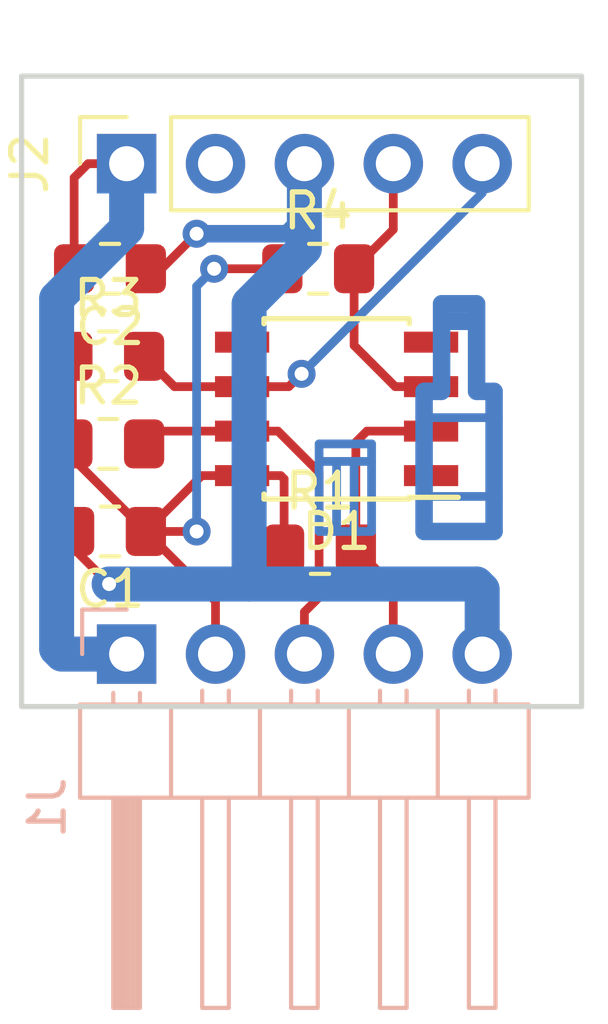
<source format=kicad_pcb>
(kicad_pcb (version 20171130) (host pcbnew 5.0.2+dfsg1-1)

  (general
    (thickness 1.6)
    (drawings 4)
    (tracks 95)
    (zones 0)
    (modules 9)
    (nets 12)
  )

  (page A4)
  (layers
    (0 F.Cu signal)
    (31 B.Cu signal)
    (32 B.Adhes user)
    (33 F.Adhes user)
    (34 B.Paste user)
    (35 F.Paste user)
    (36 B.SilkS user)
    (37 F.SilkS user)
    (38 B.Mask user)
    (39 F.Mask user)
    (40 Dwgs.User user)
    (41 Cmts.User user)
    (42 Eco1.User user)
    (43 Eco2.User user)
    (44 Edge.Cuts user)
    (45 Margin user)
    (46 B.CrtYd user)
    (47 F.CrtYd user)
    (48 B.Fab user)
    (49 F.Fab user)
  )

  (setup
    (last_trace_width 0.25)
    (trace_clearance 0.2)
    (zone_clearance 0.508)
    (zone_45_only no)
    (trace_min 0.2)
    (segment_width 0.2)
    (edge_width 0.15)
    (via_size 0.8)
    (via_drill 0.4)
    (via_min_size 0.4)
    (via_min_drill 0.3)
    (uvia_size 0.3)
    (uvia_drill 0.1)
    (uvias_allowed no)
    (uvia_min_size 0.2)
    (uvia_min_drill 0.1)
    (pcb_text_width 0.3)
    (pcb_text_size 1.5 1.5)
    (mod_edge_width 0.15)
    (mod_text_size 1 1)
    (mod_text_width 0.15)
    (pad_size 1.524 1.524)
    (pad_drill 0.762)
    (pad_to_mask_clearance 0.051)
    (solder_mask_min_width 0.25)
    (aux_axis_origin 0 0)
    (visible_elements FFFFFF7F)
    (pcbplotparams
      (layerselection 0x010fc_ffffffff)
      (usegerberextensions false)
      (usegerberattributes false)
      (usegerberadvancedattributes false)
      (creategerberjobfile false)
      (excludeedgelayer true)
      (linewidth 0.100000)
      (plotframeref false)
      (viasonmask false)
      (mode 1)
      (useauxorigin false)
      (hpglpennumber 1)
      (hpglpenspeed 20)
      (hpglpendiameter 15.000000)
      (psnegative false)
      (psa4output false)
      (plotreference true)
      (plotvalue true)
      (plotinvisibletext false)
      (padsonsilk false)
      (subtractmaskfromsilk false)
      (outputformat 1)
      (mirror false)
      (drillshape 1)
      (scaleselection 1)
      (outputdirectory ""))
  )

  (net 0 "")
  (net 1 GND)
  (net 2 +3V3)
  (net 3 +5V)
  (net 4 "Net-(D1-Pad1)")
  (net 5 "Net-(D1-Pad2)")
  (net 6 "Net-(D1-Pad3)")
  (net 7 "Net-(D1-Pad4)")
  (net 8 "Net-(D1-Pad5)")
  (net 9 "Net-(D1-Pad6)")
  (net 10 "Net-(D1-Pad7)")
  (net 11 "Net-(J2-Pad2)")

  (net_class Default "Это класс цепей по умолчанию."
    (clearance 0.2)
    (trace_width 0.25)
    (via_dia 0.8)
    (via_drill 0.4)
    (uvia_dia 0.3)
    (uvia_drill 0.1)
    (add_net +3V3)
    (add_net +5V)
    (add_net GND)
    (add_net "Net-(D1-Pad1)")
    (add_net "Net-(D1-Pad2)")
    (add_net "Net-(D1-Pad3)")
    (add_net "Net-(D1-Pad4)")
    (add_net "Net-(D1-Pad5)")
    (add_net "Net-(D1-Pad6)")
    (add_net "Net-(D1-Pad7)")
    (add_net "Net-(J2-Pad2)")
  )

  (module Capacitor_SMD:C_0805_2012Metric_Pad1.15x1.40mm_HandSolder (layer F.Cu) (tedit 5B36C52B) (tstamp 5DE78013)
    (at 2.525 13 180)
    (descr "Capacitor SMD 0805 (2012 Metric), square (rectangular) end terminal, IPC_7351 nominal with elongated pad for handsoldering. (Body size source: https://docs.google.com/spreadsheets/d/1BsfQQcO9C6DZCsRaXUlFlo91Tg2WpOkGARC1WS5S8t0/edit?usp=sharing), generated with kicad-footprint-generator")
    (tags "capacitor handsolder")
    (path /5DDAF1B2)
    (attr smd)
    (fp_text reference C1 (at 0 -1.65 180) (layer F.SilkS)
      (effects (font (size 1 1) (thickness 0.15)))
    )
    (fp_text value 0.1 (at 0 1.65 180) (layer F.Fab)
      (effects (font (size 1 1) (thickness 0.15)))
    )
    (fp_text user %R (at 0 0 180) (layer F.Fab)
      (effects (font (size 0.5 0.5) (thickness 0.08)))
    )
    (fp_line (start 1.85 0.95) (end -1.85 0.95) (layer F.CrtYd) (width 0.05))
    (fp_line (start 1.85 -0.95) (end 1.85 0.95) (layer F.CrtYd) (width 0.05))
    (fp_line (start -1.85 -0.95) (end 1.85 -0.95) (layer F.CrtYd) (width 0.05))
    (fp_line (start -1.85 0.95) (end -1.85 -0.95) (layer F.CrtYd) (width 0.05))
    (fp_line (start -0.261252 0.71) (end 0.261252 0.71) (layer F.SilkS) (width 0.12))
    (fp_line (start -0.261252 -0.71) (end 0.261252 -0.71) (layer F.SilkS) (width 0.12))
    (fp_line (start 1 0.6) (end -1 0.6) (layer F.Fab) (width 0.1))
    (fp_line (start 1 -0.6) (end 1 0.6) (layer F.Fab) (width 0.1))
    (fp_line (start -1 -0.6) (end 1 -0.6) (layer F.Fab) (width 0.1))
    (fp_line (start -1 0.6) (end -1 -0.6) (layer F.Fab) (width 0.1))
    (pad 2 smd roundrect (at 1.025 0 180) (size 1.15 1.4) (layers F.Cu F.Paste F.Mask) (roundrect_rratio 0.217391)
      (net 1 GND))
    (pad 1 smd roundrect (at -1.025 0 180) (size 1.15 1.4) (layers F.Cu F.Paste F.Mask) (roundrect_rratio 0.217391)
      (net 2 +3V3))
    (model ${KISYS3DMOD}/Capacitor_SMD.3dshapes/C_0805_2012Metric.wrl
      (at (xyz 0 0 0))
      (scale (xyz 1 1 1))
      (rotate (xyz 0 0 0))
    )
  )

  (module Capacitor_SMD:C_0805_2012Metric_Pad1.15x1.40mm_HandSolder (layer F.Cu) (tedit 5B36C52B) (tstamp 5DE78024)
    (at 2.525 5.5 180)
    (descr "Capacitor SMD 0805 (2012 Metric), square (rectangular) end terminal, IPC_7351 nominal with elongated pad for handsoldering. (Body size source: https://docs.google.com/spreadsheets/d/1BsfQQcO9C6DZCsRaXUlFlo91Tg2WpOkGARC1WS5S8t0/edit?usp=sharing), generated with kicad-footprint-generator")
    (tags "capacitor handsolder")
    (path /5DDAEF63)
    (attr smd)
    (fp_text reference C2 (at 0 -1.65 180) (layer F.SilkS)
      (effects (font (size 1 1) (thickness 0.15)))
    )
    (fp_text value 0.1 (at 0 1.65 180) (layer F.Fab)
      (effects (font (size 1 1) (thickness 0.15)))
    )
    (fp_line (start -1 0.6) (end -1 -0.6) (layer F.Fab) (width 0.1))
    (fp_line (start -1 -0.6) (end 1 -0.6) (layer F.Fab) (width 0.1))
    (fp_line (start 1 -0.6) (end 1 0.6) (layer F.Fab) (width 0.1))
    (fp_line (start 1 0.6) (end -1 0.6) (layer F.Fab) (width 0.1))
    (fp_line (start -0.261252 -0.71) (end 0.261252 -0.71) (layer F.SilkS) (width 0.12))
    (fp_line (start -0.261252 0.71) (end 0.261252 0.71) (layer F.SilkS) (width 0.12))
    (fp_line (start -1.85 0.95) (end -1.85 -0.95) (layer F.CrtYd) (width 0.05))
    (fp_line (start -1.85 -0.95) (end 1.85 -0.95) (layer F.CrtYd) (width 0.05))
    (fp_line (start 1.85 -0.95) (end 1.85 0.95) (layer F.CrtYd) (width 0.05))
    (fp_line (start 1.85 0.95) (end -1.85 0.95) (layer F.CrtYd) (width 0.05))
    (fp_text user %R (at 0 0 180) (layer F.Fab)
      (effects (font (size 0.5 0.5) (thickness 0.08)))
    )
    (pad 1 smd roundrect (at -1.025 0 180) (size 1.15 1.4) (layers F.Cu F.Paste F.Mask) (roundrect_rratio 0.217391)
      (net 1 GND))
    (pad 2 smd roundrect (at 1.025 0 180) (size 1.15 1.4) (layers F.Cu F.Paste F.Mask) (roundrect_rratio 0.217391)
      (net 3 +5V))
    (model ${KISYS3DMOD}/Capacitor_SMD.3dshapes/C_0805_2012Metric.wrl
      (at (xyz 0 0 0))
      (scale (xyz 1 1 1))
      (rotate (xyz 0 0 0))
    )
  )

  (module Package_SO:SOIC-8_3.9x4.9mm_P1.27mm (layer F.Cu) (tedit 5A02F2D3) (tstamp 5DE78041)
    (at 9 9.5 180)
    (descr "8-Lead Plastic Small Outline (SN) - Narrow, 3.90 mm Body [SOIC] (see Microchip Packaging Specification http://ww1.microchip.com/downloads/en/PackagingSpec/00000049BQ.pdf)")
    (tags "SOIC 1.27")
    (path /5DDAEAF2)
    (attr smd)
    (fp_text reference D1 (at 0 -3.5 180) (layer F.SilkS)
      (effects (font (size 1 1) (thickness 0.15)))
    )
    (fp_text value P82B715 (at 0 3.5 180) (layer F.Fab)
      (effects (font (size 1 1) (thickness 0.15)))
    )
    (fp_text user %R (at 0 0 180) (layer F.Fab)
      (effects (font (size 1 1) (thickness 0.15)))
    )
    (fp_line (start -0.95 -2.45) (end 1.95 -2.45) (layer F.Fab) (width 0.1))
    (fp_line (start 1.95 -2.45) (end 1.95 2.45) (layer F.Fab) (width 0.1))
    (fp_line (start 1.95 2.45) (end -1.95 2.45) (layer F.Fab) (width 0.1))
    (fp_line (start -1.95 2.45) (end -1.95 -1.45) (layer F.Fab) (width 0.1))
    (fp_line (start -1.95 -1.45) (end -0.95 -2.45) (layer F.Fab) (width 0.1))
    (fp_line (start -3.73 -2.7) (end -3.73 2.7) (layer F.CrtYd) (width 0.05))
    (fp_line (start 3.73 -2.7) (end 3.73 2.7) (layer F.CrtYd) (width 0.05))
    (fp_line (start -3.73 -2.7) (end 3.73 -2.7) (layer F.CrtYd) (width 0.05))
    (fp_line (start -3.73 2.7) (end 3.73 2.7) (layer F.CrtYd) (width 0.05))
    (fp_line (start -2.075 -2.575) (end -2.075 -2.525) (layer F.SilkS) (width 0.15))
    (fp_line (start 2.075 -2.575) (end 2.075 -2.43) (layer F.SilkS) (width 0.15))
    (fp_line (start 2.075 2.575) (end 2.075 2.43) (layer F.SilkS) (width 0.15))
    (fp_line (start -2.075 2.575) (end -2.075 2.43) (layer F.SilkS) (width 0.15))
    (fp_line (start -2.075 -2.575) (end 2.075 -2.575) (layer F.SilkS) (width 0.15))
    (fp_line (start -2.075 2.575) (end 2.075 2.575) (layer F.SilkS) (width 0.15))
    (fp_line (start -2.075 -2.525) (end -3.475 -2.525) (layer F.SilkS) (width 0.15))
    (pad 1 smd rect (at -2.7 -1.905 180) (size 1.55 0.6) (layers F.Cu F.Paste F.Mask)
      (net 4 "Net-(D1-Pad1)"))
    (pad 2 smd rect (at -2.7 -0.635 180) (size 1.55 0.6) (layers F.Cu F.Paste F.Mask)
      (net 5 "Net-(D1-Pad2)"))
    (pad 3 smd rect (at -2.7 0.635 180) (size 1.55 0.6) (layers F.Cu F.Paste F.Mask)
      (net 6 "Net-(D1-Pad3)"))
    (pad 4 smd rect (at -2.7 1.905 180) (size 1.55 0.6) (layers F.Cu F.Paste F.Mask)
      (net 7 "Net-(D1-Pad4)"))
    (pad 5 smd rect (at 2.7 1.905 180) (size 1.55 0.6) (layers F.Cu F.Paste F.Mask)
      (net 8 "Net-(D1-Pad5)"))
    (pad 6 smd rect (at 2.7 0.635 180) (size 1.55 0.6) (layers F.Cu F.Paste F.Mask)
      (net 9 "Net-(D1-Pad6)"))
    (pad 7 smd rect (at 2.7 -0.635 180) (size 1.55 0.6) (layers F.Cu F.Paste F.Mask)
      (net 10 "Net-(D1-Pad7)"))
    (pad 8 smd rect (at 2.7 -1.905 180) (size 1.55 0.6) (layers F.Cu F.Paste F.Mask)
      (net 2 +3V3))
    (model ${KISYS3DMOD}/Package_SO.3dshapes/SOIC-8_3.9x4.9mm_P1.27mm.wrl
      (at (xyz 0 0 0))
      (scale (xyz 1 1 1))
      (rotate (xyz 0 0 0))
    )
  )

  (module Connector_PinHeader_2.54mm:PinHeader_1x05_P2.54mm_Horizontal (layer B.Cu) (tedit 59FED5CB) (tstamp 5DE7809B)
    (at 3 16.5 270)
    (descr "Through hole angled pin header, 1x05, 2.54mm pitch, 6mm pin length, single row")
    (tags "Through hole angled pin header THT 1x05 2.54mm single row")
    (path /5DDAED18)
    (fp_text reference J1 (at 4.385 2.27 270) (layer B.SilkS)
      (effects (font (size 1 1) (thickness 0.15)) (justify mirror))
    )
    (fp_text value Conn_01x05 (at 4.385 -12.43 270) (layer B.Fab)
      (effects (font (size 1 1) (thickness 0.15)) (justify mirror))
    )
    (fp_line (start 2.135 1.27) (end 4.04 1.27) (layer B.Fab) (width 0.1))
    (fp_line (start 4.04 1.27) (end 4.04 -11.43) (layer B.Fab) (width 0.1))
    (fp_line (start 4.04 -11.43) (end 1.5 -11.43) (layer B.Fab) (width 0.1))
    (fp_line (start 1.5 -11.43) (end 1.5 0.635) (layer B.Fab) (width 0.1))
    (fp_line (start 1.5 0.635) (end 2.135 1.27) (layer B.Fab) (width 0.1))
    (fp_line (start -0.32 0.32) (end 1.5 0.32) (layer B.Fab) (width 0.1))
    (fp_line (start -0.32 0.32) (end -0.32 -0.32) (layer B.Fab) (width 0.1))
    (fp_line (start -0.32 -0.32) (end 1.5 -0.32) (layer B.Fab) (width 0.1))
    (fp_line (start 4.04 0.32) (end 10.04 0.32) (layer B.Fab) (width 0.1))
    (fp_line (start 10.04 0.32) (end 10.04 -0.32) (layer B.Fab) (width 0.1))
    (fp_line (start 4.04 -0.32) (end 10.04 -0.32) (layer B.Fab) (width 0.1))
    (fp_line (start -0.32 -2.22) (end 1.5 -2.22) (layer B.Fab) (width 0.1))
    (fp_line (start -0.32 -2.22) (end -0.32 -2.86) (layer B.Fab) (width 0.1))
    (fp_line (start -0.32 -2.86) (end 1.5 -2.86) (layer B.Fab) (width 0.1))
    (fp_line (start 4.04 -2.22) (end 10.04 -2.22) (layer B.Fab) (width 0.1))
    (fp_line (start 10.04 -2.22) (end 10.04 -2.86) (layer B.Fab) (width 0.1))
    (fp_line (start 4.04 -2.86) (end 10.04 -2.86) (layer B.Fab) (width 0.1))
    (fp_line (start -0.32 -4.76) (end 1.5 -4.76) (layer B.Fab) (width 0.1))
    (fp_line (start -0.32 -4.76) (end -0.32 -5.4) (layer B.Fab) (width 0.1))
    (fp_line (start -0.32 -5.4) (end 1.5 -5.4) (layer B.Fab) (width 0.1))
    (fp_line (start 4.04 -4.76) (end 10.04 -4.76) (layer B.Fab) (width 0.1))
    (fp_line (start 10.04 -4.76) (end 10.04 -5.4) (layer B.Fab) (width 0.1))
    (fp_line (start 4.04 -5.4) (end 10.04 -5.4) (layer B.Fab) (width 0.1))
    (fp_line (start -0.32 -7.3) (end 1.5 -7.3) (layer B.Fab) (width 0.1))
    (fp_line (start -0.32 -7.3) (end -0.32 -7.94) (layer B.Fab) (width 0.1))
    (fp_line (start -0.32 -7.94) (end 1.5 -7.94) (layer B.Fab) (width 0.1))
    (fp_line (start 4.04 -7.3) (end 10.04 -7.3) (layer B.Fab) (width 0.1))
    (fp_line (start 10.04 -7.3) (end 10.04 -7.94) (layer B.Fab) (width 0.1))
    (fp_line (start 4.04 -7.94) (end 10.04 -7.94) (layer B.Fab) (width 0.1))
    (fp_line (start -0.32 -9.84) (end 1.5 -9.84) (layer B.Fab) (width 0.1))
    (fp_line (start -0.32 -9.84) (end -0.32 -10.48) (layer B.Fab) (width 0.1))
    (fp_line (start -0.32 -10.48) (end 1.5 -10.48) (layer B.Fab) (width 0.1))
    (fp_line (start 4.04 -9.84) (end 10.04 -9.84) (layer B.Fab) (width 0.1))
    (fp_line (start 10.04 -9.84) (end 10.04 -10.48) (layer B.Fab) (width 0.1))
    (fp_line (start 4.04 -10.48) (end 10.04 -10.48) (layer B.Fab) (width 0.1))
    (fp_line (start 1.44 1.33) (end 1.44 -11.49) (layer B.SilkS) (width 0.12))
    (fp_line (start 1.44 -11.49) (end 4.1 -11.49) (layer B.SilkS) (width 0.12))
    (fp_line (start 4.1 -11.49) (end 4.1 1.33) (layer B.SilkS) (width 0.12))
    (fp_line (start 4.1 1.33) (end 1.44 1.33) (layer B.SilkS) (width 0.12))
    (fp_line (start 4.1 0.38) (end 10.1 0.38) (layer B.SilkS) (width 0.12))
    (fp_line (start 10.1 0.38) (end 10.1 -0.38) (layer B.SilkS) (width 0.12))
    (fp_line (start 10.1 -0.38) (end 4.1 -0.38) (layer B.SilkS) (width 0.12))
    (fp_line (start 4.1 0.32) (end 10.1 0.32) (layer B.SilkS) (width 0.12))
    (fp_line (start 4.1 0.2) (end 10.1 0.2) (layer B.SilkS) (width 0.12))
    (fp_line (start 4.1 0.08) (end 10.1 0.08) (layer B.SilkS) (width 0.12))
    (fp_line (start 4.1 -0.04) (end 10.1 -0.04) (layer B.SilkS) (width 0.12))
    (fp_line (start 4.1 -0.16) (end 10.1 -0.16) (layer B.SilkS) (width 0.12))
    (fp_line (start 4.1 -0.28) (end 10.1 -0.28) (layer B.SilkS) (width 0.12))
    (fp_line (start 1.11 0.38) (end 1.44 0.38) (layer B.SilkS) (width 0.12))
    (fp_line (start 1.11 -0.38) (end 1.44 -0.38) (layer B.SilkS) (width 0.12))
    (fp_line (start 1.44 -1.27) (end 4.1 -1.27) (layer B.SilkS) (width 0.12))
    (fp_line (start 4.1 -2.16) (end 10.1 -2.16) (layer B.SilkS) (width 0.12))
    (fp_line (start 10.1 -2.16) (end 10.1 -2.92) (layer B.SilkS) (width 0.12))
    (fp_line (start 10.1 -2.92) (end 4.1 -2.92) (layer B.SilkS) (width 0.12))
    (fp_line (start 1.042929 -2.16) (end 1.44 -2.16) (layer B.SilkS) (width 0.12))
    (fp_line (start 1.042929 -2.92) (end 1.44 -2.92) (layer B.SilkS) (width 0.12))
    (fp_line (start 1.44 -3.81) (end 4.1 -3.81) (layer B.SilkS) (width 0.12))
    (fp_line (start 4.1 -4.7) (end 10.1 -4.7) (layer B.SilkS) (width 0.12))
    (fp_line (start 10.1 -4.7) (end 10.1 -5.46) (layer B.SilkS) (width 0.12))
    (fp_line (start 10.1 -5.46) (end 4.1 -5.46) (layer B.SilkS) (width 0.12))
    (fp_line (start 1.042929 -4.7) (end 1.44 -4.7) (layer B.SilkS) (width 0.12))
    (fp_line (start 1.042929 -5.46) (end 1.44 -5.46) (layer B.SilkS) (width 0.12))
    (fp_line (start 1.44 -6.35) (end 4.1 -6.35) (layer B.SilkS) (width 0.12))
    (fp_line (start 4.1 -7.24) (end 10.1 -7.24) (layer B.SilkS) (width 0.12))
    (fp_line (start 10.1 -7.24) (end 10.1 -8) (layer B.SilkS) (width 0.12))
    (fp_line (start 10.1 -8) (end 4.1 -8) (layer B.SilkS) (width 0.12))
    (fp_line (start 1.042929 -7.24) (end 1.44 -7.24) (layer B.SilkS) (width 0.12))
    (fp_line (start 1.042929 -8) (end 1.44 -8) (layer B.SilkS) (width 0.12))
    (fp_line (start 1.44 -8.89) (end 4.1 -8.89) (layer B.SilkS) (width 0.12))
    (fp_line (start 4.1 -9.78) (end 10.1 -9.78) (layer B.SilkS) (width 0.12))
    (fp_line (start 10.1 -9.78) (end 10.1 -10.54) (layer B.SilkS) (width 0.12))
    (fp_line (start 10.1 -10.54) (end 4.1 -10.54) (layer B.SilkS) (width 0.12))
    (fp_line (start 1.042929 -9.78) (end 1.44 -9.78) (layer B.SilkS) (width 0.12))
    (fp_line (start 1.042929 -10.54) (end 1.44 -10.54) (layer B.SilkS) (width 0.12))
    (fp_line (start -1.27 0) (end -1.27 1.27) (layer B.SilkS) (width 0.12))
    (fp_line (start -1.27 1.27) (end 0 1.27) (layer B.SilkS) (width 0.12))
    (fp_line (start -1.8 1.8) (end -1.8 -11.95) (layer B.CrtYd) (width 0.05))
    (fp_line (start -1.8 -11.95) (end 10.55 -11.95) (layer B.CrtYd) (width 0.05))
    (fp_line (start 10.55 -11.95) (end 10.55 1.8) (layer B.CrtYd) (width 0.05))
    (fp_line (start 10.55 1.8) (end -1.8 1.8) (layer B.CrtYd) (width 0.05))
    (fp_text user %R (at 2.77 -5.08 180) (layer B.Fab)
      (effects (font (size 1 1) (thickness 0.15)) (justify mirror))
    )
    (pad 1 thru_hole rect (at 0 0 270) (size 1.7 1.7) (drill 1) (layers *.Cu *.Mask)
      (net 3 +5V))
    (pad 2 thru_hole oval (at 0 -2.54 270) (size 1.7 1.7) (drill 1) (layers *.Cu *.Mask)
      (net 2 +3V3))
    (pad 3 thru_hole oval (at 0 -5.08 270) (size 1.7 1.7) (drill 1) (layers *.Cu *.Mask)
      (net 10 "Net-(D1-Pad7)"))
    (pad 4 thru_hole oval (at 0 -7.62 270) (size 1.7 1.7) (drill 1) (layers *.Cu *.Mask)
      (net 5 "Net-(D1-Pad2)"))
    (pad 5 thru_hole oval (at 0 -10.16 270) (size 1.7 1.7) (drill 1) (layers *.Cu *.Mask)
      (net 1 GND))
    (model ${KISYS3DMOD}/Connector_PinHeader_2.54mm.3dshapes/PinHeader_1x05_P2.54mm_Horizontal.wrl
      (at (xyz 0 0 0))
      (scale (xyz 1 1 1))
      (rotate (xyz 0 0 0))
    )
  )

  (module Connector_PinSocket_2.54mm:PinSocket_1x05_P2.54mm_Vertical (layer F.Cu) (tedit 5A19A420) (tstamp 5DE780B4)
    (at 3 2.5 90)
    (descr "Through hole straight socket strip, 1x05, 2.54mm pitch, single row (from Kicad 4.0.7), script generated")
    (tags "Through hole socket strip THT 1x05 2.54mm single row")
    (path /5DDAECD2)
    (fp_text reference J2 (at 0 -2.77 90) (layer F.SilkS)
      (effects (font (size 1 1) (thickness 0.15)))
    )
    (fp_text value Conn_01x05 (at 0 12.93 90) (layer F.Fab)
      (effects (font (size 1 1) (thickness 0.15)))
    )
    (fp_line (start -1.27 -1.27) (end 0.635 -1.27) (layer F.Fab) (width 0.1))
    (fp_line (start 0.635 -1.27) (end 1.27 -0.635) (layer F.Fab) (width 0.1))
    (fp_line (start 1.27 -0.635) (end 1.27 11.43) (layer F.Fab) (width 0.1))
    (fp_line (start 1.27 11.43) (end -1.27 11.43) (layer F.Fab) (width 0.1))
    (fp_line (start -1.27 11.43) (end -1.27 -1.27) (layer F.Fab) (width 0.1))
    (fp_line (start -1.33 1.27) (end 1.33 1.27) (layer F.SilkS) (width 0.12))
    (fp_line (start -1.33 1.27) (end -1.33 11.49) (layer F.SilkS) (width 0.12))
    (fp_line (start -1.33 11.49) (end 1.33 11.49) (layer F.SilkS) (width 0.12))
    (fp_line (start 1.33 1.27) (end 1.33 11.49) (layer F.SilkS) (width 0.12))
    (fp_line (start 1.33 -1.33) (end 1.33 0) (layer F.SilkS) (width 0.12))
    (fp_line (start 0 -1.33) (end 1.33 -1.33) (layer F.SilkS) (width 0.12))
    (fp_line (start -1.8 -1.8) (end 1.75 -1.8) (layer F.CrtYd) (width 0.05))
    (fp_line (start 1.75 -1.8) (end 1.75 11.9) (layer F.CrtYd) (width 0.05))
    (fp_line (start 1.75 11.9) (end -1.8 11.9) (layer F.CrtYd) (width 0.05))
    (fp_line (start -1.8 11.9) (end -1.8 -1.8) (layer F.CrtYd) (width 0.05))
    (fp_text user %R (at 0 5.08 180) (layer F.Fab)
      (effects (font (size 1 1) (thickness 0.15)))
    )
    (pad 1 thru_hole rect (at 0 0 90) (size 1.7 1.7) (drill 1) (layers *.Cu *.Mask)
      (net 3 +5V))
    (pad 2 thru_hole oval (at 0 2.54 90) (size 1.7 1.7) (drill 1) (layers *.Cu *.Mask)
      (net 11 "Net-(J2-Pad2)"))
    (pad 3 thru_hole oval (at 0 5.08 90) (size 1.7 1.7) (drill 1) (layers *.Cu *.Mask)
      (net 1 GND))
    (pad 4 thru_hole oval (at 0 7.62 90) (size 1.7 1.7) (drill 1) (layers *.Cu *.Mask)
      (net 6 "Net-(D1-Pad3)"))
    (pad 5 thru_hole oval (at 0 10.16 90) (size 1.7 1.7) (drill 1) (layers *.Cu *.Mask)
      (net 9 "Net-(D1-Pad6)"))
    (model ${KISYS3DMOD}/Connector_PinSocket_2.54mm.3dshapes/PinSocket_1x05_P2.54mm_Vertical.wrl
      (at (xyz 0 0 0))
      (scale (xyz 1 1 1))
      (rotate (xyz 0 0 0))
    )
  )

  (module Resistor_SMD:R_0805_2012Metric_Pad1.15x1.40mm_HandSolder (layer F.Cu) (tedit 5DDAFD16) (tstamp 5DE780C5)
    (at 8.525 13.5)
    (descr "Resistor SMD 0805 (2012 Metric), square (rectangular) end terminal, IPC_7351 nominal with elongated pad for handsoldering. (Body size source: https://docs.google.com/spreadsheets/d/1BsfQQcO9C6DZCsRaXUlFlo91Tg2WpOkGARC1WS5S8t0/edit?usp=sharing), generated with kicad-footprint-generator")
    (tags "resistor handsolder")
    (path /5DDAF292)
    (attr smd)
    (fp_text reference R1 (at 0 -1.65) (layer F.SilkS)
      (effects (font (size 1 1) (thickness 0.15)))
    )
    (fp_text value 510 (at 0 1.65) (layer F.Fab)
      (effects (font (size 1 1) (thickness 0.15)))
    )
    (fp_line (start -1 0.6) (end -1 -0.6) (layer F.Fab) (width 0.1))
    (fp_line (start -1 -0.6) (end 1 -0.6) (layer F.Fab) (width 0.1))
    (fp_line (start 1 -0.6) (end 1 0.6) (layer F.Fab) (width 0.1))
    (fp_line (start 1 0.6) (end -1 0.6) (layer F.Fab) (width 0.1))
    (fp_line (start -0.261252 -0.71) (end 0.261252 -0.71) (layer F.SilkS) (width 0.12))
    (fp_line (start -0.261252 0.71) (end 0.261252 0.71) (layer F.SilkS) (width 0.12))
    (fp_line (start -1.85 0.95) (end -1.85 -0.95) (layer F.CrtYd) (width 0.05))
    (fp_line (start -1.85 -0.95) (end 1.85 -0.95) (layer F.CrtYd) (width 0.05))
    (fp_line (start 1.85 -0.95) (end 1.85 0.95) (layer F.CrtYd) (width 0.05))
    (fp_line (start 1.85 0.95) (end -1.85 0.95) (layer F.CrtYd) (width 0.05))
    (fp_text user %R (at 0 0) (layer F.Fab)
      (effects (font (size 0.5 0.5) (thickness 0.08)))
    )
    (pad 1 smd roundrect (at -1.025 0) (size 1.15 1.4) (layers F.Cu F.Paste F.Mask) (roundrect_rratio 0.217391)
      (net 2 +3V3))
    (pad 2 smd roundrect (at 1.025 0) (size 1.15 1.4) (layers F.Cu F.Paste F.Mask) (roundrect_rratio 0.217391)
      (net 5 "Net-(D1-Pad2)"))
    (model ${KISYS3DMOD}/Resistor_SMD.3dshapes/R_0805_2012Metric.wrl
      (at (xyz 0 0 0))
      (scale (xyz 1 1 1))
      (rotate (xyz 0 0 0))
    )
  )

  (module Resistor_SMD:R_0805_2012Metric_Pad1.15x1.40mm_HandSolder (layer F.Cu) (tedit 5B36C52B) (tstamp 5DE780D6)
    (at 2.475 10.5)
    (descr "Resistor SMD 0805 (2012 Metric), square (rectangular) end terminal, IPC_7351 nominal with elongated pad for handsoldering. (Body size source: https://docs.google.com/spreadsheets/d/1BsfQQcO9C6DZCsRaXUlFlo91Tg2WpOkGARC1WS5S8t0/edit?usp=sharing), generated with kicad-footprint-generator")
    (tags "resistor handsolder")
    (path /5DDAF2E8)
    (attr smd)
    (fp_text reference R2 (at 0 -1.65) (layer F.SilkS)
      (effects (font (size 1 1) (thickness 0.15)))
    )
    (fp_text value 510 (at 0 1.65) (layer F.Fab)
      (effects (font (size 1 1) (thickness 0.15)))
    )
    (fp_text user %R (at 0 0) (layer F.Fab)
      (effects (font (size 0.5 0.5) (thickness 0.08)))
    )
    (fp_line (start 1.85 0.95) (end -1.85 0.95) (layer F.CrtYd) (width 0.05))
    (fp_line (start 1.85 -0.95) (end 1.85 0.95) (layer F.CrtYd) (width 0.05))
    (fp_line (start -1.85 -0.95) (end 1.85 -0.95) (layer F.CrtYd) (width 0.05))
    (fp_line (start -1.85 0.95) (end -1.85 -0.95) (layer F.CrtYd) (width 0.05))
    (fp_line (start -0.261252 0.71) (end 0.261252 0.71) (layer F.SilkS) (width 0.12))
    (fp_line (start -0.261252 -0.71) (end 0.261252 -0.71) (layer F.SilkS) (width 0.12))
    (fp_line (start 1 0.6) (end -1 0.6) (layer F.Fab) (width 0.1))
    (fp_line (start 1 -0.6) (end 1 0.6) (layer F.Fab) (width 0.1))
    (fp_line (start -1 -0.6) (end 1 -0.6) (layer F.Fab) (width 0.1))
    (fp_line (start -1 0.6) (end -1 -0.6) (layer F.Fab) (width 0.1))
    (pad 2 smd roundrect (at 1.025 0) (size 1.15 1.4) (layers F.Cu F.Paste F.Mask) (roundrect_rratio 0.217391)
      (net 10 "Net-(D1-Pad7)"))
    (pad 1 smd roundrect (at -1.025 0) (size 1.15 1.4) (layers F.Cu F.Paste F.Mask) (roundrect_rratio 0.217391)
      (net 2 +3V3))
    (model ${KISYS3DMOD}/Resistor_SMD.3dshapes/R_0805_2012Metric.wrl
      (at (xyz 0 0 0))
      (scale (xyz 1 1 1))
      (rotate (xyz 0 0 0))
    )
  )

  (module Resistor_SMD:R_0805_2012Metric_Pad1.15x1.40mm_HandSolder (layer F.Cu) (tedit 5B36C52B) (tstamp 5DE780E7)
    (at 2.475 8)
    (descr "Resistor SMD 0805 (2012 Metric), square (rectangular) end terminal, IPC_7351 nominal with elongated pad for handsoldering. (Body size source: https://docs.google.com/spreadsheets/d/1BsfQQcO9C6DZCsRaXUlFlo91Tg2WpOkGARC1WS5S8t0/edit?usp=sharing), generated with kicad-footprint-generator")
    (tags "resistor handsolder")
    (path /5DDAFA33)
    (attr smd)
    (fp_text reference R3 (at 0 -1.65) (layer F.SilkS)
      (effects (font (size 1 1) (thickness 0.15)))
    )
    (fp_text value 3k* (at 0 1.65) (layer F.Fab)
      (effects (font (size 1 1) (thickness 0.15)))
    )
    (fp_text user %R (at 0 0) (layer F.Fab)
      (effects (font (size 0.5 0.5) (thickness 0.08)))
    )
    (fp_line (start 1.85 0.95) (end -1.85 0.95) (layer F.CrtYd) (width 0.05))
    (fp_line (start 1.85 -0.95) (end 1.85 0.95) (layer F.CrtYd) (width 0.05))
    (fp_line (start -1.85 -0.95) (end 1.85 -0.95) (layer F.CrtYd) (width 0.05))
    (fp_line (start -1.85 0.95) (end -1.85 -0.95) (layer F.CrtYd) (width 0.05))
    (fp_line (start -0.261252 0.71) (end 0.261252 0.71) (layer F.SilkS) (width 0.12))
    (fp_line (start -0.261252 -0.71) (end 0.261252 -0.71) (layer F.SilkS) (width 0.12))
    (fp_line (start 1 0.6) (end -1 0.6) (layer F.Fab) (width 0.1))
    (fp_line (start 1 -0.6) (end 1 0.6) (layer F.Fab) (width 0.1))
    (fp_line (start -1 -0.6) (end 1 -0.6) (layer F.Fab) (width 0.1))
    (fp_line (start -1 0.6) (end -1 -0.6) (layer F.Fab) (width 0.1))
    (pad 2 smd roundrect (at 1.025 0) (size 1.15 1.4) (layers F.Cu F.Paste F.Mask) (roundrect_rratio 0.217391)
      (net 9 "Net-(D1-Pad6)"))
    (pad 1 smd roundrect (at -1.025 0) (size 1.15 1.4) (layers F.Cu F.Paste F.Mask) (roundrect_rratio 0.217391)
      (net 2 +3V3))
    (model ${KISYS3DMOD}/Resistor_SMD.3dshapes/R_0805_2012Metric.wrl
      (at (xyz 0 0 0))
      (scale (xyz 1 1 1))
      (rotate (xyz 0 0 0))
    )
  )

  (module Resistor_SMD:R_0805_2012Metric_Pad1.15x1.40mm_HandSolder (layer F.Cu) (tedit 5B36C52B) (tstamp 5DE780F8)
    (at 8.475 5.5)
    (descr "Resistor SMD 0805 (2012 Metric), square (rectangular) end terminal, IPC_7351 nominal with elongated pad for handsoldering. (Body size source: https://docs.google.com/spreadsheets/d/1BsfQQcO9C6DZCsRaXUlFlo91Tg2WpOkGARC1WS5S8t0/edit?usp=sharing), generated with kicad-footprint-generator")
    (tags "resistor handsolder")
    (path /5DDAF9AD)
    (attr smd)
    (fp_text reference R4 (at 0 -1.65) (layer F.SilkS)
      (effects (font (size 1 1) (thickness 0.15)))
    )
    (fp_text value 3k* (at 0 1.65) (layer F.Fab)
      (effects (font (size 1 1) (thickness 0.15)))
    )
    (fp_line (start -1 0.6) (end -1 -0.6) (layer F.Fab) (width 0.1))
    (fp_line (start -1 -0.6) (end 1 -0.6) (layer F.Fab) (width 0.1))
    (fp_line (start 1 -0.6) (end 1 0.6) (layer F.Fab) (width 0.1))
    (fp_line (start 1 0.6) (end -1 0.6) (layer F.Fab) (width 0.1))
    (fp_line (start -0.261252 -0.71) (end 0.261252 -0.71) (layer F.SilkS) (width 0.12))
    (fp_line (start -0.261252 0.71) (end 0.261252 0.71) (layer F.SilkS) (width 0.12))
    (fp_line (start -1.85 0.95) (end -1.85 -0.95) (layer F.CrtYd) (width 0.05))
    (fp_line (start -1.85 -0.95) (end 1.85 -0.95) (layer F.CrtYd) (width 0.05))
    (fp_line (start 1.85 -0.95) (end 1.85 0.95) (layer F.CrtYd) (width 0.05))
    (fp_line (start 1.85 0.95) (end -1.85 0.95) (layer F.CrtYd) (width 0.05))
    (fp_text user %R (at 0 0) (layer F.Fab)
      (effects (font (size 0.5 0.5) (thickness 0.08)))
    )
    (pad 1 smd roundrect (at -1.025 0) (size 1.15 1.4) (layers F.Cu F.Paste F.Mask) (roundrect_rratio 0.217391)
      (net 2 +3V3))
    (pad 2 smd roundrect (at 1.025 0) (size 1.15 1.4) (layers F.Cu F.Paste F.Mask) (roundrect_rratio 0.217391)
      (net 6 "Net-(D1-Pad3)"))
    (model ${KISYS3DMOD}/Resistor_SMD.3dshapes/R_0805_2012Metric.wrl
      (at (xyz 0 0 0))
      (scale (xyz 1 1 1))
      (rotate (xyz 0 0 0))
    )
  )

  (gr_line (start 0 18) (end 0 0) (layer Edge.Cuts) (width 0.15))
  (gr_line (start 16 18) (end 0 18) (layer Edge.Cuts) (width 0.15))
  (gr_line (start 16 0) (end 16 18) (layer Edge.Cuts) (width 0.15))
  (gr_line (start 0 0) (end 16 0) (layer Edge.Cuts) (width 0.15))

  (segment (start 11.5 9) (end 12 9) (width 0.5) (layer B.Cu) (net 0) (tstamp 5DF38AD5))
  (segment (start 12 6.5) (end 13 6.5) (width 0.5) (layer B.Cu) (net 0) (tstamp 5DF38AED))
  (segment (start 13 9) (end 13.5 9) (width 0.5) (layer B.Cu) (net 0) (tstamp 5DF38AE7))
  (segment (start 13.5 13) (end 11.5 13) (width 0.5) (layer B.Cu) (net 0) (tstamp 5DF38AD2))
  (segment (start 12 7) (end 13 7) (width 0.5) (layer B.Cu) (net 0) (tstamp 5DF38ADE))
  (segment (start 13 7) (end 13 9) (width 0.5) (layer B.Cu) (net 0) (tstamp 5DF38ACF))
  (segment (start 13 6.5) (end 13 7) (width 0.5) (layer B.Cu) (net 0) (tstamp 5DF38AE4))
  (segment (start 12 7) (end 12 6.5) (width 0.5) (layer B.Cu) (net 0) (tstamp 5DF38AD8))
  (segment (start 12 9) (end 12 7) (width 0.5) (layer B.Cu) (net 0) (tstamp 5DF38AF3))
  (segment (start 10 10.5) (end 10 13) (width 0.25) (layer B.Cu) (net 0))
  (segment (start 8.5 10.5) (end 10 10.5) (width 0.25) (layer B.Cu) (net 0))
  (segment (start 8.5 11) (end 8.5 10.5) (width 0.25) (layer B.Cu) (net 0))
  (segment (start 8.5 13) (end 8.5 11) (width 0.25) (layer B.Cu) (net 0))
  (segment (start 10 13) (end 9.5 13) (width 0.25) (layer B.Cu) (net 0))
  (segment (start 9.5 11) (end 10 11) (width 0.25) (layer B.Cu) (net 0))
  (segment (start 9 11) (end 9.5 11) (width 0.25) (layer B.Cu) (net 0))
  (segment (start 9.5 13) (end 9 13) (width 0.25) (layer B.Cu) (net 0))
  (segment (start 9.5 13) (end 9.5 11) (width 0.25) (layer B.Cu) (net 0) (status 1000000))
  (segment (start 9 11) (end 9 13) (width 0.25) (layer B.Cu) (net 0) (status 1000000))
  (segment (start 8.5 11) (end 9 11) (width 0.25) (layer B.Cu) (net 0))
  (segment (start 9 13) (end 8.5 13) (width 0.25) (layer B.Cu) (net 0))
  (segment (start 11.5 9.75) (end 13.5 9.75) (width 0.25) (layer B.Cu) (net 0))
  (segment (start 13.5 9) (end 13.5 9.75) (width 0.5) (layer B.Cu) (net 0))
  (segment (start 11.5 9.75) (end 11.5 9) (width 0.5) (layer B.Cu) (net 0))
  (segment (start 13.5 12) (end 13.5 13) (width 0.5) (layer B.Cu) (net 0))
  (segment (start 13.5 9.75) (end 13.5 12) (width 0.5) (layer B.Cu) (net 0))
  (segment (start 11.5 12) (end 13.5 12) (width 0.25) (layer B.Cu) (net 0))
  (segment (start 11.5 12) (end 11.5 9.75) (width 0.5) (layer B.Cu) (net 0))
  (segment (start 11.5 13) (end 11.5 12) (width 0.5) (layer B.Cu) (net 0))
  (via (at 2.5 14.5) (size 0.8) (drill 0.4) (layers F.Cu B.Cu) (net 1))
  (segment (start 1.5 13) (end 1.5 13.5) (width 0.25) (layer F.Cu) (net 1))
  (segment (start 1.5 13.5) (end 2.5 14.5) (width 0.25) (layer F.Cu) (net 1))
  (via (at 5 4.5) (size 0.8) (drill 0.4) (layers F.Cu B.Cu) (net 1))
  (segment (start 3.55 5.5) (end 4 5.5) (width 0.25) (layer F.Cu) (net 1))
  (segment (start 4 5.5) (end 5 4.5) (width 0.25) (layer F.Cu) (net 1))
  (segment (start 13.16 14.66) (end 13.16 16.5) (width 1) (layer B.Cu) (net 1))
  (segment (start 13 14.5) (end 13.16 14.66) (width 1) (layer B.Cu) (net 1))
  (segment (start 6.5 14.5) (end 13 14.5) (width 1) (layer B.Cu) (net 1))
  (segment (start 6.5 14.5) (end 6.5 6.5) (width 1) (layer B.Cu) (net 1))
  (segment (start 6.5 6.5) (end 8.08 4.92) (width 1) (layer B.Cu) (net 1))
  (segment (start 2.5 14.5) (end 6.5 14.5) (width 1) (layer B.Cu) (net 1))
  (segment (start 7.58 4.5) (end 8.08 4) (width 0.5) (layer B.Cu) (net 1))
  (segment (start 5 4.5) (end 7.58 4.5) (width 0.5) (layer B.Cu) (net 1))
  (segment (start 8.08 4.92) (end 8.08 4) (width 1) (layer B.Cu) (net 1))
  (segment (start 8.08 4) (end 8.08 2.5) (width 1) (layer B.Cu) (net 1))
  (segment (start 6.3 11.405) (end 7.405 11.405) (width 0.25) (layer F.Cu) (net 2))
  (segment (start 7.5 11.5) (end 7.5 13.5) (width 0.25) (layer F.Cu) (net 2))
  (segment (start 7.405 11.405) (end 7.5 11.5) (width 0.25) (layer F.Cu) (net 2))
  (segment (start 5.145 11.405) (end 3.55 13) (width 0.25) (layer F.Cu) (net 2))
  (segment (start 6.3 11.405) (end 5.145 11.405) (width 0.25) (layer F.Cu) (net 2))
  (segment (start 1.45 10.5) (end 1.45 8) (width 0.25) (layer F.Cu) (net 2))
  (segment (start 1.45 10.9) (end 1.45 10.5) (width 0.25) (layer F.Cu) (net 2))
  (segment (start 3.55 13) (end 1.45 10.9) (width 0.25) (layer F.Cu) (net 2))
  (segment (start 5.54 14.99) (end 3.55 13) (width 0.25) (layer F.Cu) (net 2))
  (segment (start 5.54 16.5) (end 5.54 14.99) (width 0.25) (layer F.Cu) (net 2))
  (via (at 5 13) (size 0.8) (drill 0.4) (layers F.Cu B.Cu) (net 2))
  (segment (start 3.55 13) (end 5 13) (width 0.25) (layer F.Cu) (net 2))
  (via (at 5.5 5.5) (size 0.8) (drill 0.4) (layers F.Cu B.Cu) (net 2))
  (segment (start 5 13) (end 5 6) (width 0.25) (layer B.Cu) (net 2))
  (segment (start 5 6) (end 5.5 5.5) (width 0.25) (layer B.Cu) (net 2))
  (segment (start 5.5 5.5) (end 7.45 5.5) (width 0.25) (layer F.Cu) (net 2))
  (segment (start 1.5 4.7) (end 1.5 5.5) (width 0.25) (layer F.Cu) (net 3))
  (segment (start 1.5 2.9) (end 1.5 4.7) (width 0.25) (layer F.Cu) (net 3))
  (segment (start 3 2.5) (end 1.9 2.5) (width 0.25) (layer F.Cu) (net 3))
  (segment (start 1.9 2.5) (end 1.5 2.9) (width 0.25) (layer F.Cu) (net 3))
  (segment (start 1.15 16.5) (end 1 16.35) (width 1) (layer B.Cu) (net 3))
  (segment (start 3 16.5) (end 1.15 16.5) (width 1) (layer B.Cu) (net 3))
  (segment (start 3 4.35) (end 3 2.5) (width 1) (layer B.Cu) (net 3))
  (segment (start 1 16.35) (end 1 6.35) (width 1) (layer B.Cu) (net 3))
  (segment (start 1 6.35) (end 3 4.35) (width 1) (layer B.Cu) (net 3))
  (segment (start 11.7 10.135) (end 9.865 10.135) (width 0.25) (layer F.Cu) (net 5) (tstamp 5DF38AEA))
  (segment (start 9.55 10.45) (end 9.55 13.5) (width 0.25) (layer F.Cu) (net 5))
  (segment (start 9.865 10.135) (end 9.55 10.45) (width 0.25) (layer F.Cu) (net 5))
  (segment (start 10.62 14.57) (end 9.55 13.5) (width 0.25) (layer F.Cu) (net 5))
  (segment (start 10.62 16.5) (end 10.62 14.57) (width 0.25) (layer F.Cu) (net 5))
  (segment (start 10.675 8.865) (end 9.5 7.69) (width 0.25) (layer F.Cu) (net 6))
  (segment (start 11.7 8.865) (end 10.675 8.865) (width 0.25) (layer F.Cu) (net 6) (tstamp 5DF38ADB))
  (segment (start 9.5 7.69) (end 9.5 5.5) (width 0.25) (layer F.Cu) (net 6))
  (segment (start 10.62 2.5) (end 10.62 4.38) (width 0.25) (layer F.Cu) (net 6))
  (segment (start 10.62 4.38) (end 9.5 5.5) (width 0.25) (layer F.Cu) (net 6))
  (segment (start 4.365 8.865) (end 3.5 8) (width 0.25) (layer F.Cu) (net 9))
  (segment (start 6.3 8.865) (end 4.365 8.865) (width 0.25) (layer F.Cu) (net 9))
  (via (at 8 8.5) (size 0.8) (drill 0.4) (layers F.Cu B.Cu) (net 9))
  (segment (start 6.3 8.865) (end 7.635 8.865) (width 0.25) (layer F.Cu) (net 9))
  (segment (start 7.635 8.865) (end 8 8.5) (width 0.25) (layer F.Cu) (net 9))
  (segment (start 13.16 3.34) (end 13.16 2.5) (width 0.25) (layer B.Cu) (net 9))
  (segment (start 8 8.5) (end 13.16 3.34) (width 0.25) (layer B.Cu) (net 9))
  (segment (start 3.865 10.135) (end 3.5 10.5) (width 0.25) (layer F.Cu) (net 10))
  (segment (start 6.3 10.135) (end 3.865 10.135) (width 0.25) (layer F.Cu) (net 10))
  (segment (start 8.08 15.297919) (end 8.5 14.877919) (width 0.25) (layer F.Cu) (net 10))
  (segment (start 8.08 16.5) (end 8.08 15.297919) (width 0.25) (layer F.Cu) (net 10))
  (segment (start 7.325 10.135) (end 8.5 11.31) (width 0.25) (layer F.Cu) (net 10))
  (segment (start 6.3 10.135) (end 7.325 10.135) (width 0.25) (layer F.Cu) (net 10))
  (segment (start 8.5 11.31) (end 8.5 12) (width 0.25) (layer F.Cu) (net 10))
  (segment (start 8.5 14.877919) (end 8.5 12) (width 0.25) (layer F.Cu) (net 10))

)

</source>
